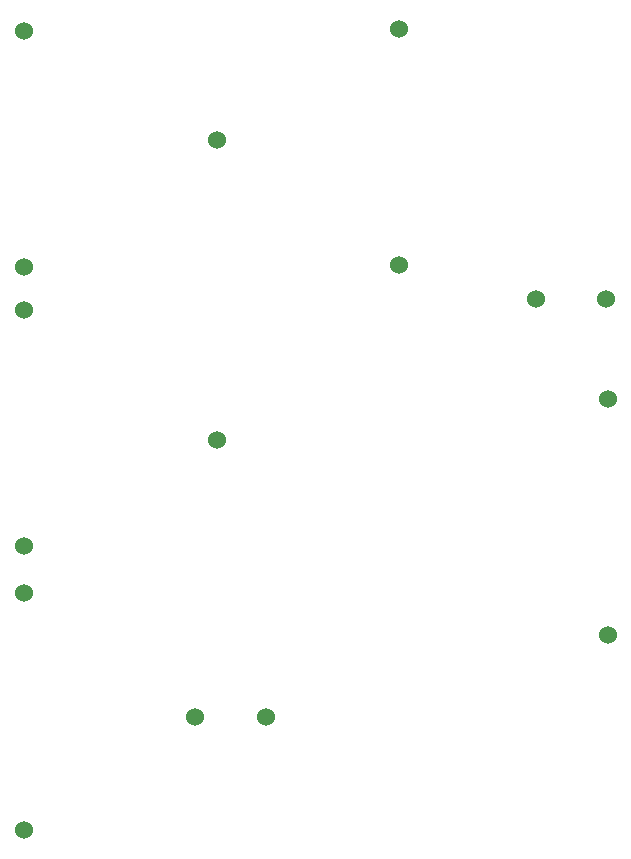
<source format=gbr>
%TF.GenerationSoftware,KiCad,Pcbnew,(6.0.7)*%
%TF.CreationDate,2022-09-05T15:14:58+08:00*%
%TF.ProjectId,6_7,365f372e-6b69-4636-9164-5f7063625858,rev?*%
%TF.SameCoordinates,Original*%
%TF.FileFunction,Soldermask,Top*%
%TF.FilePolarity,Negative*%
%FSLAX46Y46*%
G04 Gerber Fmt 4.6, Leading zero omitted, Abs format (unit mm)*
G04 Created by KiCad (PCBNEW (6.0.7)) date 2022-09-05 15:14:58*
%MOMM*%
%LPD*%
G01*
G04 APERTURE LIST*
%ADD10C,1.524000*%
G04 APERTURE END LIST*
D10*
%TO.C,R5*%
X84480400Y-49080400D03*
X84480400Y-69080400D03*
%TD*%
%TO.C,V1*%
X55527200Y-75996800D03*
X49527200Y-75996800D03*
%TD*%
%TO.C,R1*%
X35077400Y-17914600D03*
X35077400Y-37914600D03*
%TD*%
%TO.C,R4*%
X35077400Y-65514200D03*
X35077400Y-85514200D03*
%TD*%
%TO.C,R3*%
X66802000Y-17736800D03*
X66802000Y-37736800D03*
%TD*%
%TO.C,U1*%
X78381600Y-40614600D03*
X84381600Y-40614600D03*
%TD*%
%TO.C,A1*%
X51384200Y-27152600D03*
X51384200Y-52552600D03*
%TD*%
%TO.C,R2*%
X35077400Y-41536600D03*
X35077400Y-61536600D03*
%TD*%
M02*

</source>
